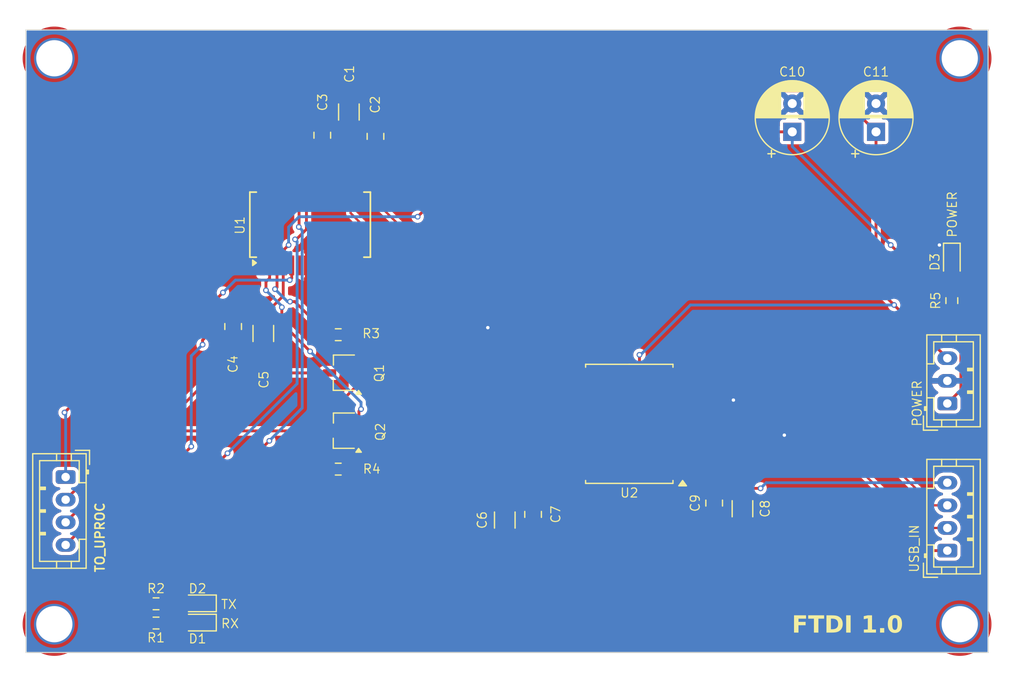
<source format=kicad_pcb>
(kicad_pcb (version 20240108) (generator "pcbnew") (generator_version "8.0")
  (layers (0 "F.Cu" signal) (31 "B.Cu" signal) (34 "B.Paste" user) (35 "F.Paste" user) (36 "B.SilkS" user "B.Silkscreen") (37 "F.SilkS" user "F.Silkscreen") (38 "B.Mask" user) (39 "F.Mask" user) (44 "Edge.Cuts" user))
  (net 0 "")
  (net 1 "GND")
  (net 2 "3V3")
  (net 3 "5V")
  (net 4 "Net-(U1-3V3OUT)")
  (net 8 "Net-(D1-A)")
  (net 11 "Net-(D2-A)")
  (net 15 "Net-(Q1-B)")
  (net 16 "Net-(Q2-B)")
  (net 19 "RX")
  (net 20 "TX")
  (net 21 "ENABLE")
  (net 22 "BOOT")
  (net 23 "CBUS1")
  (net 24 "CBUS0")
  (net 25 "DTR")
  (net 26 "RTS")
  (net 27 "USB_VBUS")
  (net 28 "USB_GND")
  (net 29 "D-")
  (net 30 "D+")
  (net 31 "USB_D-")
  (net 32 "USB_D+")
  (net 33 "Net-(D3-A)")
  (footprint "Resistor_SMD:R_0603_1608Metric_Pad0.98x0.95mm_HandSolder" (layer "F.Cu") (at 167.7 87.4125 90)
    (property "Reference" "R5" (at 0 -1.43 90) (layer "F.SilkS") (effects (font (size 0.8 0.8) (thickness 0.1))))
    (property "Value" "150R")
    (pad "1" smd roundrect (at -0.9125 0 90) (size 0.975 0.95) (layers "F.Cu" "F.Paste" "F.Mask") (net 2 "3V3"))
    (pad "2" smd roundrect (at 0.9125 0 90) (size 0.975 0.95) (layers "F.Cu" "F.Paste" "F.Mask") (net 33 "Net-(D3-A)"))
  )
  (footprint "Capacitor_SMD:C_0805_2012Metric_Pad1.18x1.45mm_HandSolder" (layer "F.Cu") (at 146.7 105.3 90)
    (property "Reference" "C9" (at 0 -1.68 90) (layer "F.SilkS") (effects (font (size 0.8 0.8) (thickness 0.1))))
    (property "Value" "0.1U")
    (pad "1" smd roundrect (at -1.0375 0 90) (size 1.175 1.45) (layers "F.Cu" "F.Paste" "F.Mask") (roundrect_rratio 0.212766) (net 28 "USB_GND"))
    (pad "2" smd roundrect (at 1.0375 0 90) (size 1.175 1.45) (layers "F.Cu" "F.Paste" "F.Mask") (roundrect_rratio 0.212766) (net 27 "USB_VBUS"))
  )
  (footprint "Package_TO_SOT_SMD:TSOT-23" (layer "F.Cu") (at 114.005 98.9233 180)
    (property "Reference" "Q2" (at -3.202102 -0.089616 90) (layer "F.SilkS") (effects (font (size 0.8 0.8) (thickness 0.1))))
    (property "Value" "2N3055")
    (pad "1" smd roundrect (at -1.31 -0.95 180) (size 1.22 0.65) (layers "F.Cu" "F.Paste" "F.Mask") (net 16 "Net-(Q2-B)"))
    (pad "2" smd roundrect (at -1.31 0.95 180) (size 1.22 0.65) (layers "F.Cu" "F.Paste" "F.Mask") (net 25 "DTR"))
    (pad "3" smd roundrect (at 1.31 0 180) (size 1.22 0.65) (layers "F.Cu" "F.Paste" "F.Mask") (net 22 "BOOT"))
  )
  (footprint "MountingHole:MountingHole_3.2mm_M3_DIN965_Pad_TopOnly" (layer "F.Cu") (at 88.4 66 90)
    (property "Reference" "H1" (hide yes))
    (property "Value" "MountingHole")
    (pad "1" thru_hole circle (at 0 0 90) (size 3.6 3.6) (drill 3.2) (layers "*.Cu" "*.Mask"))
    (pad "1" connect circle (at 0 0 90) (size 5.6 5.6) (layers "F.Cu" "F.Mask"))
  )
  (footprint "Capacitor_SMD:C_1206_3216Metric_Pad1.33x1.80mm_HandSolder" (layer "F.Cu") (at 149.2 105.8 90)
    (property "Reference" "C8" (at 0 2 90) (layer "F.SilkS") (effects (font (size 0.8 0.8) (thickness 0.1))))
    (property "Value" "10U")
    (pad "1" smd roundrect (at -1.5625 0 90) (size 1.325 1.8) (layers "F.Cu" "F.Paste" "F.Mask") (roundrect_rratio 0.188679) (net 28 "USB_GND"))
    (pad "2" smd roundrect (at 1.5625 0 90) (size 1.325 1.8) (layers "F.Cu" "F.Paste" "F.Mask") (roundrect_rratio 0.188679) (net 27 "USB_VBUS"))
  )
  (footprint "Capacitor_SMD:C_0805_2012Metric_Pad1.18x1.45mm_HandSolder" (layer "F.Cu") (at 104.2 89.7 -90)
    (property "Reference" "C4" (at 3.322102 0.014578 90) (layer "F.SilkS") (effects (font (size 0.8 0.8) (thickness 0.1))))
    (property "Value" "0.1U")
    (pad "1" smd roundrect (at -1.0375 0 270) (size 1.175 1.45) (layers "F.Cu" "F.Paste" "F.Mask") (roundrect_rratio 0.2127659574) (net 2 "3V3"))
    (pad "2" smd roundrect (at 1.0375 0 270) (size 1.175 1.45) (layers "F.Cu" "F.Paste" "F.Mask") (roundrect_rratio 0.2127659574) (net 1 "GND"))
  )
  (footprint "MountingHole:MountingHole_3.2mm_M3_DIN965_Pad_TopOnly" (layer "F.Cu") (at 88.4 116 90)
    (property "Reference" "H3" (hide yes))
    (property "Value" "MountingHole")
    (pad "1" thru_hole circle (at 0 0 90) (size 3.6 3.6) (drill 3.2) (layers "*.Cu" "*.Mask"))
    (pad "1" connect circle (at 0 0 90) (size 5.6 5.6) (layers "F.Cu" "F.Mask"))
  )
  (footprint "MountingHole:MountingHole_3.2mm_M3_DIN965_Pad_TopOnly" (layer "F.Cu") (at 168.4 66 90)
    (property "Reference" "H2" (hide yes))
    (property "Value" "MountingHole")
    (pad "1" thru_hole circle (at 0 0 90) (size 3.6 3.6) (drill 3.2) (layers "*.Cu" "*.Mask"))
    (pad "1" connect circle (at 0 0 90) (size 5.6 5.6) (layers "F.Cu" "F.Mask"))
  )
  (footprint "LED_SMD:LED_0603_1608Metric_Pad1.05x0.95mm_HandSolder" (layer "F.Cu") (at 101.05 114.16 180)
    (property "Reference" "D2" (at 0 1.3 0) (layer "F.SilkS") (effects (font (size 0.8 0.8) (thickness 0.1))))
    (property "Value" "YELLOW")
    (pad "1" smd roundrect (at -0.875 0 180) (size 1.05 0.95) (layers "F.Cu" "F.Paste" "F.Mask") (net 23 "CBUS1"))
    (pad "2" smd roundrect (at 0.875 0 180) (size 1.05 0.95) (layers "F.Cu" "F.Paste" "F.Mask") (net 11 "Net-(D2-A)"))
  )
  (footprint "Resistor_SMD:R_0603_1608Metric_Pad0.98x0.95mm_HandSolder" (layer "F.Cu") (at 113.485 102.3 180)
    (property "Reference" "R4" (at -2.962102 0.01 0) (layer "F.SilkS") (effects (font (size 0.8 0.8) (thickness 0.1))))
    (property "Value" "10K")
    (pad "1" smd roundrect (at -0.9125 0 180) (size 0.975 0.95) (layers "F.Cu" "F.Paste" "F.Mask") (net 25 "DTR"))
    (pad "2" smd roundrect (at 0.9125 0 180) (size 0.975 0.95) (layers "F.Cu" "F.Paste" "F.Mask") (net 15 "Net-(Q1-B)"))
  )
  (footprint "Package_SO:SOIC-16W_7.5x10.3mm_P1.27mm" (layer "F.Cu") (at 139.2 98.3 180)
    (property "Reference" "U2" (at 0 -6.1 0) (layer "F.SilkS") (effects (font (size 0.8 0.8) (thickness 0.1))))
    (property "Value" "ADUM3160")
    (pad "1" smd roundrect (at -4.65 -4.445 180) (size 2.05 0.6) (layers "F.Cu" "F.Paste" "F.Mask") (net 27 "USB_VBUS"))
    (pad "2" smd roundrect (at -4.65 -3.175 180) (size 2.05 0.6) (layers "F.Cu" "F.Paste" "F.Mask") (net 28 "USB_GND"))
    (pad "3" smd roundrect (at -4.65 -1.905 180) (size 2.05 0.6) (layers "F.Cu" "F.Paste" "F.Mask") (net 27 "USB_VBUS"))
    (pad "4" smd roundrect (at -4.65 -0.635 180) (size 2.05 0.6) (layers "F.Cu" "F.Paste" "F.Mask") (net 27 "USB_VBUS"))
    (pad "5" smd roundrect (at -4.65 0.635 180) (size 2.05 0.6) (layers "F.Cu" "F.Paste" "F.Mask") (net 27 "USB_VBUS"))
    (pad "6" smd roundrect (at -4.65 1.905 180) (size 2.05 0.6) (layers "F.Cu" "F.Paste" "F.Mask") (net 31 "USB_D-"))
    (pad "7" smd roundrect (at -4.65 3.175 180) (size 2.05 0.6) (layers "F.Cu" "F.Paste" "F.Mask") (net 32 "USB_D+"))
    (pad "8" smd roundrect (at -4.65 4.445 180) (size 2.05 0.6) (layers "F.Cu" "F.Paste" "F.Mask") (net 28 "USB_GND"))
    (pad "9" smd roundrect (at 4.65 4.445 180) (size 2.05 0.6) (layers "F.Cu" "F.Paste" "F.Mask") (net 1 "GND"))
    (pad "10" smd roundrect (at 4.65 3.175 180) (size 2.05 0.6) (layers "F.Cu" "F.Paste" "F.Mask") (net 30 "D+"))
    (pad "11" smd roundrect (at 4.65 1.905 180) (size 2.05 0.6) (layers "F.Cu" "F.Paste" "F.Mask") (net 29 "D-"))
    (pad "12" smd roundrect (at 4.65 0.635 180) (size 2.05 0.6) (layers "F.Cu" "F.Paste" "F.Mask") (net 3 "5V"))
    (pad "13" smd roundrect (at 4.65 -0.635 180) (size 2.05 0.6) (layers "F.Cu" "F.Paste" "F.Mask") (net 3 "5V"))
    (pad "14" smd roundrect (at 4.65 -1.905 180) (size 2.05 0.6) (layers "F.Cu" "F.Paste" "F.Mask") (net 3 "5V"))
    (pad "15" smd roundrect (at 4.65 -3.175 180) (size 2.05 0.6) (layers "F.Cu" "F.Paste" "F.Mask") (net 1 "GND"))
    (pad "16" smd roundrect (at 4.65 -4.445 180) (size 2.05 0.6) (layers "F.Cu" "F.Paste" "F.Mask") (net 3 "5V"))
  )
  (footprint "Capacitor_SMD:C_1206_3216Metric_Pad1.33x1.80mm_HandSolder" (layer "F.Cu") (at 106.8646 90.3154 -90)
    (property "Reference" "C5" (at 4.089336 -0.05 90) (layer "F.SilkS") (effects (font (size 0.8 0.8) (thickness 0.1))))
    (property "Value" "10U")
    (pad "1" smd roundrect (at -1.5625 0 270) (size 1.325 1.8) (layers "F.Cu" "F.Paste" "F.Mask") (roundrect_rratio 0.1886792453) (net 2 "3V3"))
    (pad "2" smd roundrect (at 1.5625 0 270) (size 1.325 1.8) (layers "F.Cu" "F.Paste" "F.Mask") (roundrect_rratio 0.1886792453) (net 1 "GND"))
  )
  (footprint "Capacitor_THT:CP_Radial_D6.3mm_P2.50mm" (layer "F.Cu") (at 153.6 72.5 90)
    (property "Reference" "C10" (at 5.3 0 0) (layer "F.SilkS") (effects (font (size 0.8 0.8) (thickness 0.1))))
    (property "Value" "470u")
    (pad "1" thru_hole rect (at 0 0 90) (size 1.6 1.6) (drill 0.8) (layers "*.Cu" "*.Mask") (net 2 "3V3"))
    (pad "2" thru_hole circle (at 2.5 0 90) (size 1.6 1.6) (drill 0.8) (layers "*.Cu" "*.Mask") (net 1 "GND"))
  )
  (footprint "Resistor_SMD:R_0603_1608Metric_Pad0.98x0.95mm_HandSolder" (layer "F.Cu") (at 97.3875 114.2)
    (property "Reference" "R2" (at 0 -1.35 0) (layer "F.SilkS") (effects (font (size 0.8 0.8) (thickness 0.1))))
    (property "Value" "430R")
    (pad "1" smd roundrect (at -0.9125 0) (size 0.975 0.95) (layers "F.Cu" "F.Paste" "F.Mask") (net 2 "3V3"))
    (pad "2" smd roundrect (at 0.9125 0) (size 0.975 0.95) (layers "F.Cu" "F.Paste" "F.Mask") (net 11 "Net-(D2-A)"))
  )
  (footprint "Resistor_SMD:R_0603_1608Metric_Pad0.98x0.95mm_HandSolder" (layer "F.Cu") (at 113.485 90.4233)
    (property "Reference" "R3" (at 2.912102 -0.1 0) (layer "F.SilkS") (effects (font (size 0.8 0.8) (thickness 0.1))))
    (property "Value" "10K")
    (pad "1" smd roundrect (at -0.9125 0) (size 0.975 0.95) (layers "F.Cu" "F.Paste" "F.Mask") (net 26 "RTS"))
    (pad "2" smd roundrect (at 0.9125 0) (size 0.975 0.95) (layers "F.Cu" "F.Paste" "F.Mask") (net 16 "Net-(Q2-B)"))
  )
  (footprint "Connector_JST:JST_PH_B4B-PH-K_1x04_P2.00mm_Vertical" (layer "F.Cu") (at 167.3 109.5 90)
    (property "Reference" "J2" (hide yes))
    (property "Value" "Conn_01x04_Pin")
    (pad "1" thru_hole roundrect (at 0 0 90) (size 1.2 1.75) (drill 0.75) (layers "*.Cu" "*.Mask") (roundrect_rratio 0.208333) (net 28 "USB_GND"))
    (pad "2" thru_hole oval (at 2 0 90) (size 1.2 1.75) (drill 0.75) (layers "*.Cu" "*.Mask") (net 31 "USB_D-"))
    (pad "3" thru_hole oval (at 4 0 90) (size 1.2 1.75) (drill 0.75) (layers "*.Cu" "*.Mask") (net 32 "USB_D+"))
    (pad "4" thru_hole oval (at 6 0 90) (size 1.2 1.75) (drill 0.75) (layers "*.Cu" "*.Mask") (net 27 "USB_VBUS"))
  )
  (footprint "Connector_JST:JST_PH_B3B-PH-K_1x03_P2.00mm_Vertical" (layer "F.Cu") (at 167.3 96.5 90)
    (property "Reference" "J5" (hide yes))
    (property "Value" "Conn_01x03_Pin")
    (pad "1" thru_hole roundrect (at 0 0 90) (size 1.2 1.75) (drill 0.75) (layers "*.Cu" "*.Mask") (roundrect_rratio 0.208333) (net 2 "3V3"))
    (pad "2" thru_hole oval (at 2 0 90) (size 1.2 1.75) (drill 0.75) (layers "*.Cu" "*.Mask") (net 1 "GND"))
    (pad "3" thru_hole oval (at 4 0 90) (size 1.2 1.75) (drill 0.75) (layers "*.Cu" "*.Mask") (net 3 "5V"))
  )
  (footprint "Resistor_SMD:R_0603_1608Metric_Pad0.98x0.95mm_HandSolder" (layer "F.Cu") (at 97.3875 115.9)
    (property "Reference" "R1" (at 0 1.3 0) (layer "F.SilkS") (effects (font (size 0.8 0.8) (thickness 0.1))))
    (property "Value" "100R")
    (pad "1" smd roundrect (at -0.9125 0) (size 0.975 0.95) (layers "F.Cu" "F.Paste" "F.Mask") (net 2 "3V3"))
    (pad "2" smd roundrect (at 0.9125 0) (size 0.975 0.95) (layers "F.Cu" "F.Paste" "F.Mask") (net 8 "Net-(D1-A)"))
  )
  (footprint "Capacitor_SMD:C_1206_3216Metric_Pad1.33x1.80mm_HandSolder" (layer "F.Cu") (at 128.2 106.8 -90)
    (property "Reference" "C6" (at 0 2 90) (layer "F.SilkS") (effects (font (size 0.8 0.8) (thickness 0.1))))
    (property "Value" "10U")
    (pad "1" smd roundrect (at -1.5625 0 270) (size 1.325 1.8) (layers "F.Cu" "F.Paste" "F.Mask") (roundrect_rratio 0.188679) (net 3 "5V"))
    (pad "2" smd roundrect (at 1.5625 0 270) (size 1.325 1.8) (layers "F.Cu" "F.Paste" "F.Mask") (roundrect_rratio 0.188679) (net 1 "GND"))
  )
  (footprint "Capacitor_SMD:C_0805_2012Metric_Pad1.18x1.45mm_HandSolder" (layer "F.Cu") (at 116.775 72.9 90)
    (property "Reference" "C2" (at 2.8 -0.025 90) (layer "F.SilkS") (effects (font (size 0.8 0.8) (thickness 0.1))))
    (property "Value" "0.1U")
    (pad "1" smd roundrect (at -1.0375 0 90) (size 1.175 1.45) (layers "F.Cu" "F.Paste" "F.Mask") (roundrect_rratio 0.2127659574) (net 4 "Net-(U1-3V3OUT)"))
    (pad "2" smd roundrect (at 1.0375 0 90) (size 1.175 1.45) (layers "F.Cu" "F.Paste" "F.Mask") (roundrect_rratio 0.2127659574) (net 1 "GND"))
  )
  (footprint "Capacitor_THT:CP_Radial_D6.3mm_P2.50mm" (layer "F.Cu") (at 161 72.5 90)
    (property "Reference" "C11" (at 5.3 0 0) (layer "F.SilkS") (effects (font (size 0.8 0.8) (thickness 0.1))))
    (property "Value" "470u")
    (pad "1" thru_hole rect (at 0 0 90) (size 1.6 1.6) (drill 0.8) (layers "*.Cu" "*.Mask") (net 3 "5V"))
    (pad "2" thru_hole circle (at 2.5 0 90) (size 1.6 1.6) (drill 0.8) (layers "*.Cu" "*.Mask") (net 1 "GND"))
  )
  (footprint "Capacitor_SMD:C_1206_3216Metric_Pad1.33x1.80mm_HandSolder" (layer "F.Cu") (at 114.425 70.75 90)
    (property "Reference" "C1" (at 3.3625 0.0475 90) (layer "F.SilkS") (effects (font (size 0.8 0.8) (thickness 0.1))))
    (property "Value" "10U")
    (pad "1" smd roundrect (at -1.5625 0 90) (size 1.325 1.8) (layers "F.Cu" "F.Paste" "F.Mask") (roundrect_rratio 0.1886792453) (net 3 "5V"))
    (pad "2" smd roundrect (at 1.5625 0 90) (size 1.325 1.8) (layers "F.Cu" "F.Paste" "F.Mask") (roundrect_rratio 0.1886792453) (net 1 "GND"))
  )
  (footprint "LED_SMD:LED_0603_1608Metric_Pad1.05x0.95mm_HandSolder" (layer "F.Cu") (at 167.7 84 -90)
    (property "Reference" "D3" (at 0 1.5 90) (layer "F.SilkS") (effects (font (size 0.8 0.8) (thickness 0.1))))
    (property "Value" "BLUE")
    (pad "1" smd roundrect (at -0.875 0 270) (size 1.05 0.95) (layers "F.Cu" "F.Paste" "F.Mask") (net 1 "GND"))
    (pad "2" smd roundrect (at 0.875 0 270) (size 1.05 0.95) (layers "F.Cu" "F.Paste" "F.Mask") (net 33 "Net-(D3-A)"))
  )
  (footprint "LED_SMD:LED_0603_1608Metric_Pad1.05x0.95mm_HandSolder" (layer "F.Cu") (at 101.05 115.86 180)
    (property "Reference" "D1" (at 0 -1.43 0) (layer "F.SilkS") (effects (font (size 0.8 0.8) (thickness 0.1))))
    (property "Value" "BLUE")
    (pad "1" smd roundrect (at -0.875 0 180) (size 1.05 0.95) (layers "F.Cu" "F.Paste" "F.Mask") (net 24 "CBUS0"))
    (pad "2" smd roundrect (at 0.875 0 180) (size 1.05 0.95) (layers "F.Cu" "F.Paste" "F.Mask") (net 8 "Net-(D1-A)"))
  )
  (footprint "Package_TO_SOT_SMD:TSOT-23" (layer "F.Cu") (at 114.005 93.8 180)
    (property "Reference" "Q1" (at -3.1075 -0.0233 90) (layer "F.SilkS") (effects (font (size 0.8 0.8) (thickness 0.1))))
    (property "Value" "2N3055")
    (pad "1" smd roundrect (at -1.31 -0.95 180) (size 1.22 0.65) (layers "F.Cu" "F.Paste" "F.Mask") (net 15 "Net-(Q1-B)"))
    (pad "2" smd roundrect (at -1.31 0.95 180) (size 1.22 0.65) (layers "F.Cu" "F.Paste" "F.Mask") (net 26 "RTS"))
    (pad "3" smd roundrect (at 1.31 0 180) (size 1.22 0.65) (layers "F.Cu" "F.Paste" "F.Mask") (net 21 "ENABLE"))
  )
  (footprint "Capacitor_SMD:C_0805_2012Metric_Pad1.18x1.45mm_HandSolder" (layer "F.Cu") (at 112.075 72.8 90)
    (property "Reference" "C3" (at 2.9125 0.025 90) (layer "F.SilkS") (effects (font (size 0.8 0.8) (thickness 0.1))))
    (property "Value" "0.1U")
    (pad "1" smd roundrect (at -1.0375 0 90) (size 1.175 1.45) (layers "F.Cu" "F.Paste" "F.Mask") (roundrect_rratio 0.2127659574) (net 3 "5V"))
    (pad "2" smd roundrect (at 1.0375 0 90) (size 1.175 1.45) (layers "F.Cu" "F.Paste" "F.Mask") (roundrect_rratio 0.2127659574) (net 1 "GND"))
  )
  (footprint "MountingHole:MountingHole_3.2mm_M3_DIN965_Pad_TopOnly" (layer "F.Cu") (at 168.4 116 90)
    (property "Reference" "H4" (hide yes))
    (property "Value" "MountingHole")
    (pad "1" thru_hole circle (at 0 0 90) (size 3.6 3.6) (drill 3.2) (layers "*.Cu" "*.Mask"))
    (pad "1" connect circle (at 0 0 90) (size 5.6 5.6) (layers "F.Cu" "F.Mask"))
  )
  (footprint "Connector_JST:JST_PH_B4B-PH-K_1x04_P2.00mm_Vertical" (layer "F.Cu") (at 89.4 103 -90)
    (property "Reference" "J1" (hide yes))
    (property "Value" "Conn_01x04_Pin")
    (pad "1" thru_hole roundrect (at 0 0 270) (size 1.2 1.75) (drill 0.75) (layers "*.Cu" "*.Mask") (roundrect_rratio 0.208333) (net 19 "RX"))
    (pad "2" thru_hole oval (at 2 0 270) (size 1.2 1.75) (drill 0.75) (layers "*.Cu" "*.Mask") (net 20 "TX"))
    (pad "3" thru_hole oval (at 4 0 270) (size 1.2 1.75) (drill 0.75) (layers "*.Cu" "*.Mask") (net 21 "ENABLE"))
    (pad "4" thru_hole oval (at 6 0 270) (size 1.2 1.75) (drill 0.75) (layers "*.Cu" "*.Mask") (net 22 "BOOT"))
  )
  (footprint "Package_SO:SSOP-28_5.3x10.2mm_P0.65mm" (layer "F.Cu") (at 111 80.7 90)
    (property "Reference" "U1" (at -0.0625 -6.2 90) (layer "F.SilkS") (effects (font (size 0.8 0.8) (thickness 0.1))))
    (property "Value" "FT232RL")
    (pad "1" smd rect (at -3.6 -4.225 90) (size 1.75 0.45) (layers "F.Cu" "F.Paste" "F.Mask") (net 19 "RX"))
    (pad "2" smd rect (at -3.6 -3.575 90) (size 1.75 0.45) (layers "F.Cu" "F.Paste" "F.Mask") (net 25 "DTR"))
    (pad "3" smd rect (at -3.6 -2.925 90) (size 1.75 0.45) (layers "F.Cu" "F.Paste" "F.Mask") (net 26 "RTS"))
    (pad "4" smd rect (at -3.6 -2.275 90) (size 1.75 0.45) (layers "F.Cu" "F.Paste" "F.Mask") (net 2 "3V3"))
    (pad "5" smd rect (at -3.6 -1.625 90) (size 1.75 0.45) (layers "F.Cu" "F.Paste" "F.Mask") (net 20 "TX"))
    (pad "6" smd rect (at -3.6 -0.975 90) (size 1.75 0.45) (layers "F.Cu" "F.Paste" "F.Mask"))
    (pad "7" smd rect (at -3.6 -0.325 90) (size 1.75 0.45) (layers "F.Cu" "F.Paste" "F.Mask") (net 1 "GND"))
    (pad "8" smd rect (at -3.6 0.325 90) (size 1.75 0.45) (layers "F.Cu" "F.Paste" "F.Mask"))
    (pad "9" smd rect (at -3.6 0.975 90) (size 1.75 0.45) (layers "F.Cu" "F.Paste" "F.Mask"))
    (pad "10" smd rect (at -3.6 1.625 90) (size 1.75 0.45) (layers "F.Cu" "F.Paste" "F.Mask"))
    (pad "11" smd rect (at -3.6 2.275 90) (size 1.75 0.45) (layers "F.Cu" "F.Paste" "F.Mask"))
    (pad "12" smd rect (at -3.6 2.925 90) (size 1.75 0.45) (layers "F.Cu" "F.Paste" "F.Mask"))
    (pad "13" smd rect (at -3.6 3.575 90) (size 1.75 0.45) (layers "F.Cu" "F.Paste" "F.Mask"))
    (pad "14" smd rect (at -3.6 4.225 90) (size 1.75 0.45) (layers "F.Cu" "F.Paste" "F.Mask"))
    (pad "15" smd rect (at 3.6 4.225 90) (size 1.75 0.45) (layers "F.Cu" "F.Paste" "F.Mask") (net 30 "D+"))
    (pad "16" smd rect (at 3.6 3.575 90) (size 1.75 0.45) (layers "F.Cu" "F.Paste" "F.Mask") (net 29 "D-"))
    (pad "17" smd rect (at 3.6 2.925 90) (size 1.75 0.45) (layers "F.Cu" "F.Paste" "F.Mask") (net 4 "Net-(U1-3V3OUT)"))
    (pad "18" smd rect (at 3.6 2.275 90) (size 1.75 0.45) (layers "F.Cu" "F.Paste" "F.Mask") (net 1 "GND"))
    (pad "19" smd rect (at 3.6 1.625 90) (size 1.75 0.45) (layers "F.Cu" "F.Paste" "F.Mask"))
    (pad "20" smd rect (at 3.6 0.975 90) (size 1.75 0.45) (layers "F.Cu" "F.Paste" "F.Mask") (net 3 "5V"))
    (pad "21" smd rect (at 3.6 0.325 90) (size 1.75 0.45) (layers "F.Cu" "F.Paste" "F.Mask") (net 1 "GND"))
    (pad "22" smd rect (at 3.6 -0.325 90) (size 1.75 0.45) (layers "F.Cu" "F.Paste" "F.Mask") (net 23 "CBUS1"))
    (pad "23" smd rect (at 3.6 -0.975 90) (size 1.75 0.45) (layers "F.Cu" "F.Paste" "F.Mask") (net 24 "CBUS0"))
    (pad "24" smd rect (at 3.6 -1.625 90) (size 1.75 0.45) (layers "F.Cu" "F.Paste" "F.Mask"))
    (pad "25" smd rect (at 3.6 -2.275 90) (size 1.75 0.45) (layers "F.Cu" "F.Paste" "F.Mask") (net 1 "GND"))
    (pad "26" smd rect (at 3.6 -2.925 90) (size 1.75 0.45) (layers "F.Cu" "F.Paste" "F.Mask") (net 1 "GND"))
    (pad "27" smd rect (at 3.6 -3.575 90) (size 1.75 0.45) (layers "F.Cu" "F.Paste" "F.Mask"))
    (pad "28" smd rect (at 3.6 -4.225 90) (size 1.75 0.45) (layers "F.Cu" "F.Paste" "F.Mask"))
  )
  (footprint "Capacitor_SMD:C_0805_2012Metric_Pad1.18x1.45mm_HandSolder" (layer "F.Cu") (at 130.7 106.3 -90)
    (property "Reference" "C7" (at 0 -2 90) (layer "F.SilkS") (effects (font (size 0.8 0.8) (thickness 0.1))))
    (property "Value" "0.1U")
    (pad "1" smd roundrect (at -1.0375 0 270) (size 1.175 1.45) (layers "F.Cu" "F.Paste" "F.Mask") (roundrect_rratio 0.212766) (net 3 "5V"))
    (pad "2" smd roundrect (at 1.0375 0 270) (size 1.175 1.45) (layers "F.Cu" "F.Paste" "F.Mask") (roundrect_rratio 0.212766) (net 1 "GND"))
  )
  (gr_line (start 170.9 63.5) (end 170.9 118.5) (stroke (width 0.1)) (layer "Edge.Cuts"))
  (gr_line (start 85.9 63.5) (end 170.9 63.5) (stroke (width 0.1)) (layer "Edge.Cuts"))
  (gr_line (start 85.9 118.5) (end 85.9 63.5) (stroke (width 0.1)) (layer "Edge.Cuts"))
  (gr_line (start 170.9 118.5) (end 85.9 118.5) (stroke (width 0.1)) (layer "Edge.Cuts"))
  (gr_text "POWER\n" (at 165.1 98.6 90) (layer "F.SilkS") (effects (font (size 0.8 0.8) (thickness 0.1)) (justify left bottom)))
  (gr_text "TX\n" (at 103.075 114.25 0) (layer "F.SilkS") (effects (font (size 0.8 0.8) (thickness 0.1)) (justify left)))
  (gr_text "TO_UPROC" (at 92.9 111.5 90) (layer "F.SilkS") (effects (font (size 0.8 0.8)) (justify left bottom)))
  (gr_text "RX\n" (at 103.075 115.95 0) (layer "F.SilkS") (effects (font (size 0.8 0.8) (thickness 0.1)) (justify left)))
  (gr_text "POWER\n" (at 168.2 81.9 90) (layer "F.SilkS") (effects (font (size 0.8 0.8) (thickness 0.1)) (justify left bottom)))
  (gr_text "USB_IN" (at 164.85 111.5 90) (layer "F.SilkS") (effects (font (size 0.8 0.8) (thickness 0.1)) (justify left bottom)))
  (gr_text "FTDI 1.0" (at 163.4 117 0) (layer "F.SilkS") (effects (font (size 1.5 1.5) (thickness 0.2) (bold yes)) (justify right bottom)))
  (segment (start 167.225 83.125) (end 166.6 82.5) (width 0.25) (layer "F.Cu") (net 1))
  (segment (start 167.7 83.125) (end 167.225 83.125) (width 0.25) (layer "F.Cu") (net 1))
  (via (at 152.9 99.3) (size 0.5) (drill 0.3) (layers "F.Cu" "B.Cu") (net 1))
  (via (at 166.6 82.5) (size 0.5) (drill 0.3) (layers "F.Cu" "B.Cu") (net 1))
  (via (at 126.7 89.8) (size 0.5) (drill 0.3) (layers "F.Cu" "B.Cu") (net 1))
  (via (at 148.4 96.2) (size 0.5) (drill 0.3) (layers "F.Cu" "B.Cu") (net 1))
  (segment (start 108.625 84.4) (end 108.625 86.9925) (width 0.25) (layer "F.Cu") (net 2))
  (segment (start 167.7 87.9) (end 162.3 82.5) (width 0.25) (layer "F.Cu") (net 2))
  (segment (start 96.475 115.9) (end 96.475 114.2) (width 0.25) (layer "F.Cu") (net 2))
  (segment (start 106.8646 88.7529) (end 104.2904 88.7529) (width 0.25) (layer "F.Cu") (net 2))
  (segment (start 153.6 72.5) (end 128 72.5) (width 0.25) (layer "F.Cu") (net 2))
  (segment (start 128 72.5) (end 120.5 80) (width 0.25) (layer "F.Cu") (net 2))
  (segment (start 168.5 89.125) (end 168.5 95.3) (width 0.25) (layer "F.Cu") (net 2))
  (segment (start 108.725 84.3) (end 108.625 84.4) (width 0.25) (layer "F.Cu") (net 2))
  (segment (start 108.725 82.875) (end 108.725 84.3) (width 0.25) (layer "F.Cu") (net 2))
  (segment (start 104.2904 88.7529) (end 104.2 88.6625) (width 0.25) (layer "F.Cu") (net 2))
  (segment (start 109.1 82.5) (end 108.725 82.875) (width 0.25) (layer "F.Cu") (net 2))
  (segment (start 103.7375 88.6625) (end 104.2 88.6625) (width 0.25) (layer "F.Cu") (net 2))
  (segment (start 168.5 95.3) (end 167.3 96.5) (width 0.25) (layer "F.Cu") (net 2))
  (segment (start 101.5 90.9) (end 103.7375 88.6625) (width 0.25) (layer "F.Cu") (net 2))
  (segment (start 96.475 114.2) (end 96.475 104.325) (width 0.25) (layer "F.Cu") (net 2))
  (segment (start 167.7 88.325) (end 168.5 89.125) (width 0.25) (layer "F.Cu") (net 2))
  (segment (start 101.5 91.3) (end 101.5 90.9) (width 0.25) (layer "F.Cu") (net 2))
  (segment (start 108.625 86.9925) (end 106.8646 88.7529) (width 0.25) (layer "F.Cu") (net 2))
  (segment (start 167.7 88.325) (end 167.7 87.9) (width 0.25) (layer "F.Cu") (net 2))
  (segment (start 96.475 104.325) (end 100.5 100.3) (width 0.25) (layer "F.Cu") (net 2))
  (via (at 100.5 100.3) (size 0.5) (drill 0.3) (layers "F.Cu" "B.Cu") (net 2))
  (via (at 101.5 91.3) (size 0.5) (drill 0.3) (layers "F.Cu" "B.Cu") (net 2))
  (via (at 120.5 80) (size 0.5) (drill 0.3) (layers "F.Cu" "B.Cu") (net 2))
  (via (at 109.1 82.5) (size 0.5) (drill 0.3) (layers "F.Cu" "B.Cu") (net 2))
  (via (at 162.3 82.5) (size 0.5) (drill 0.3) (layers "F.Cu" "B.Cu") (net 2))
  (segment (start 153.6 73.8) (end 153.6 72.5) (width 0.25) (layer "B.Cu") (net 2))
  (segment (start 120.5 80) (end 110.016116 80) (width 0.25) (layer "B.Cu") (net 2))
  (segment (start 100.5 92.3) (end 101.5 91.3) (width 0.25) (layer "B.Cu") (net 2))
  (segment (start 100.5 100.3) (end 100.5 92.3) (width 0.25) (layer "B.Cu") (net 2))
  (segment (start 162.3 82.5) (end 153.6 73.8) (width 0.25) (layer "B.Cu") (net 2))
  (segment (start 109.1 80.916116) (end 109.1 82.5) (width 0.25) (layer "B.Cu") (net 2))
  (segment (start 110.016116 80) (end 109.1 80.916116) (width 0.25) (layer "B.Cu") (net 2))
  (segment (start 134.55 97.665) (end 134.55 98.935) (width 0.25) (layer "F.Cu") (net 3))
  (segment (start 134.55 100.205) (end 135.574999 100.205) (width 0.25) (layer "F.Cu") (net 3))
  (segment (start 112.075 73.8375) (end 112.9 73.8375) (width 0.25) (layer "F.Cu") (net 3))
  (segment (start 117.8625 68.875) (end 157.375 68.875) (width 0.25) (layer "F.Cu") (net 3))
  (segment (start 112.075 77) (end 111.975 77.1) (width 0.25) (layer "F.Cu") (net 3))
  (segment (start 135.574999 100.205) (end 135.9 100.530001) (width 0.25) (layer "F.Cu") (net 3))
  (segment (start 140.1 93.139999) (end 140.1 92.2) (width 0.25) (layer "F.Cu") (net 3))
  (segment (start 157.375 68.875) (end 161 72.5) (width 0.25) (layer "F.Cu") (net 3))
  (segment (start 112.9 73.8375) (end 114.425 72.3125) (width 0.25) (layer "F.Cu") (net 3))
  (segment (start 130.7 105.2625) (end 128.225 105.2625) (width 0.25) (layer "F.Cu") (net 3))
  (segment (start 135.9 101.825908) (end 134.980908 102.745) (width 0.25) (layer "F.Cu") (net 3))
  (segment (start 112.075 73.8375) (end 112.075 77) (width 0.25) (layer "F.Cu") (net 3))
  (segment (start 134.55 102.745) (end 133.2175 102.745) (width 0.25) (layer "F.Cu") (net 3))
  (segment (start 134.980908 102.745) (end 134.55 102.745) (width 0.25) (layer "F.Cu") (net 3))
  (segment (start 114.425 72.3125) (end 117.8625 68.875) (width 0.25) (layer "F.Cu") (net 3))
  (segment (start 133.2175 102.745) (end 130.7 105.2625) (width 0.25) (layer "F.Cu") (net 3))
  (segment (start 161 86.2) (end 167.3 92.5) (width 0.25) (layer "F.Cu") (net 3))
  (segment (start 135.574999 97.665) (end 140.1 93.139999) (width 0.25) (layer "F.Cu") (net 3))
  (segment (start 134.55 98.935) (end 134.55 100.205) (width 0.25) (layer "F.Cu") (net 3))
  (segment (start 135.9 100.530001) (end 135.9 101.825908) (width 0.25) (layer "F.Cu") (net 3))
  (segment (start 134.55 97.665) (end 135.574999 97.665) (width 0.25) (layer "F.Cu") (net 3))
  (segment (start 128.225 105.2625) (end 128.2 105.2375) (width 0.25) (layer "F.Cu") (net 3))
  (segment (start 161 72.5) (end 161 86.2) (width 0.25) (layer "F.Cu") (net 3))
  (via (at 162.6 87.8) (size 0.5) (drill 0.3) (layers "F.Cu" "B.Cu") (net 3))
  (via (at 140.1 92.2) (size 0.5) (drill 0.3) (layers "F.Cu" "B.Cu") (net 3))
  (segment (start 140.1 92.2) (end 140.2 92.2) (width 0.25) (layer "B.Cu") (net 3))
  (segment (start 140.2 92.2) (end 144.6 87.8) (width 0.25) (layer "B.Cu") (net 3))
  (segment (start 144.6 87.8) (end 162.6 87.8) (width 0.25) (layer "B.Cu") (net 3))
  (segment (start 115.9875 73.9375) (end 113.925 76) (width 0.25) (layer "F.Cu") (net 4))
  (segment (start 113.925 76) (end 113.925 77.1) (width 0.25) (layer "F.Cu") (net 4))
  (segment (start 116.775 73.9375) (end 115.9875 73.9375) (width 0.25) (layer "F.Cu") (net 4))
  (segment (start 100.135 115.9) (end 100.175 115.86) (width 0.25) (layer "F.Cu") (net 8))
  (segment (start 98.3 115.9) (end 100.135 115.9) (width 0.25) (layer "F.Cu") (net 8))
  (segment (start 98.3 114.2) (end 100.135 114.2) (width 0.25) (layer "F.Cu") (net 11))
  (segment (start 100.135 114.2) (end 100.175 114.16) (width 0.25) (layer "F.Cu") (net 11))
  (segment (start 113.63 96.435) (end 115.315 94.75) (width 0.25) (layer "F.Cu") (net 15))
  (segment (start 113.63 101.2425) (end 113.63 96.435) (width 0.25) (layer "F.Cu") (net 15))
  (segment (start 112.5725 102.3) (end 113.63 101.2425) (width 0.25) (layer "F.Cu") (net 15))
  (segment (start 114.3975 90.4233) (end 116.25 92.2758) (width 0.25) (layer "F.Cu") (net 16))
  (segment (start 116.25 98.9383) (end 115.315 99.8733) (width 0.25) (layer "F.Cu") (net 16))
  (segment (start 116.25 92.2758) (end 116.25 98.9383) (width 0.25) (layer "F.Cu") (net 16))
  (segment (start 106.775 84.3) (end 102.3 84.3) (width 0.25) (layer "F.Cu") (net 19))
  (segment (start 102.3 84.3) (end 89.3 97.3) (width 0.25) (layer "F.Cu") (net 19))
  (via (at 89.3 97.3) (size 0.5) (drill 0.3) (layers "F.Cu" "B.Cu") (net 19))
  (segment (start 89.4 103) (end 89.4 97.4) (width 0.25) (layer "B.Cu") (net 19))
  (segment (start 89.4 97.4) (end 89.3 97.3) (width 0.25) (layer "B.Cu") (net 19))
  (segment (start 91.1 98.9) (end 103.3 86.7) (width 0.25) (layer "F.Cu") (net 20))
  (segment (start 109.2 85.6) (end 109.375 85.425) (width 0.25) (layer "F.Cu") (net 20))
  (segment (start 91.1 103.3) (end 91.1 98.9) (width 0.25) (layer "F.Cu") (net 20))
  (segment (start 109.375 85.425) (end 109.375 84.3) (width 0.25) (layer "F.Cu") (net 20))
  (segment (start 89.4 105) (end 91.1 103.3) (width 0.25) (layer "F.Cu") (net 20))
  (via (at 109.2 85.6) (size 0.5) (drill 0.3) (layers "F.Cu" "B.Cu") (net 20))
  (via (at 103.3 86.7) (size 0.5) (drill 0.3) (layers "F.Cu" "B.Cu") (net 20))
  (segment (start 109.2 85.6) (end 104.4 85.6) (width 0.25) (layer "B.Cu") (net 20))
  (segment (start 104.4 85.6) (end 103.3 86.7) (width 0.25) (layer "B.Cu") (net 20))
  (segment (start 102.6 93.8) (end 89.4 107) (width 0.25) (layer "F.Cu") (net 21))
  (segment (start 112.695 93.8) (end 102.6 93.8) (width 0.25) (layer "F.Cu") (net 21))
  (segment (start 112.695 98.9233) (end 99.4767 98.9233) (width 0.25) (layer "F.Cu") (net 22))
  (segment (start 99.4767 98.9233) (end 89.4 109) (width 0.25) (layer "F.Cu") (net 22))
  (segment (start 109.783884 82) (end 109.675 82) (width 0.25) (layer "F.Cu") (net 23))
  (segment (start 101.925 114.16) (end 101.925 102.675) (width 0.25) (layer "F.Cu") (net 23))
  (segment (start 101.925 102.675) (end 103.7 100.9) (width 0.25) (layer "F.Cu") (net 23))
  (segment (start 110.675 77.1) (end 110.675 81.108884) (width 0.25) (layer "F.Cu") (net 23))
  (segment (start 110.675 81.108884) (end 109.783884 82) (width 0.25) (layer "F.Cu") (net 23))
  (via (at 109.675 82) (size 0.5) (drill 0.3) (layers "F.Cu" "B.Cu") (net 23))
  (via (at 103.7 100.9) (size 0.5) (drill 0.3) (layers "F.Cu" "B.Cu") (net 23))
  (segment (start 109.85 94.75) (end 103.7 100.9) (width 0.25) (layer "B.Cu") (net 23))
  (segment (start 109.675 82) (end 109.85 82.175) (width 0.25) (layer "B.Cu") (net 23))
  (segment (start 109.85 82.175) (end 109.85 94.75) (width 0.25) (layer "B.Cu") (net 23))
  (segment (start 103.3 114.485) (end 103.3 103.9) (width 0.25) (layer "F.Cu") (net 24))
  (segment (start 103.3 103.9) (end 107.4 99.8) (width 0.25) (layer "F.Cu") (net 24))
  (segment (start 101.925 115.86) (end 103.3 114.485) (width 0.25) (layer "F.Cu") (net 24))
  (segment (start 110 80.9) (end 110.025 80.875) (width 0.25) (layer "F.Cu") (net 24))
  (segment (start 110.025 80.875) (end 110.025 77.1) (width 0.25) (layer "F.Cu") (net 24))
  (via (at 107.4 99.8) (size 0.5) (drill 0.3) (layers "F.Cu" "B.Cu") (net 24))
  (via (at 110 80.9) (size 0.5) (drill 0.3) (layers "F.Cu" "B.Cu") (net 24))
  (segment (start 110.3 96.9) (end 110.3 81.2) (width 0.25) (layer "B.Cu") (net 24))
  (segment (start 110.3 81.2) (end 110 80.9) (width 0.25) (layer "B.Cu") (net 24))
  (segment (start 107.4 99.8) (end 110.3 96.9) (width 0.25) (layer "B.Cu") (net 24))
  (segment (start 111 91.9) (end 108.5 89.4) (width 0.25) (layer "F.Cu") (net 25))
  (segment (start 115.315 97.185) (end 115.5 97) (width 0.25) (layer "F.Cu") (net 25))
  (segment (start 107.1 86.5) (end 107.1 85.75) (width 0.25) (layer "F.Cu") (net 25))
  (segment (start 114.38 98.9083) (end 114.38 102.2825) (width 0.25) (layer "F.Cu") (net 25))
  (segment (start 107.425 85.425) (end 107.425 84.3) (width 0.25) (layer "F.Cu") (net 25))
  (segment (start 114.38 102.2825) (end 114.3975 102.3) (width 0.25) (layer "F.Cu") (net 25))
  (segment (start 107.1 85.75) (end 107.425 85.425) (width 0.25) (layer "F.Cu") (net 25))
  (segment (start 115.315 97.9733) (end 115.315 97.185) (width 0.25) (layer "F.Cu") (net 25))
  (segment (start 108.5 89.4) (end 108.5 88) (width 0.25) (layer "F.Cu") (net 25))
  (segment (start 115.315 97.9733) (end 114.38 98.9083) (width 0.25) (layer "F.Cu") (net 25))
  (via (at 107.1 86.5) (size 0.5) (drill 0.3) (layers "F.Cu" "B.Cu") (net 25))
  (via (at 115.5 97) (size 0.5) (drill 0.3) (layers "F.Cu" "B.Cu") (net 25))
  (via (at 111 91.9) (size 0.5) (drill 0.3) (layers "F.Cu" "B.Cu") (net 25))
  (via (at 108.5 88) (size 0.5) (drill 0.3) (layers "F.Cu" "B.Cu") (net 25))
  (segment (start 115.5 96.4) (end 111 91.9) (width 0.25) (layer "B.Cu") (net 25))
  (segment (start 108.5 87.9) (end 107.1 86.5) (width 0.25) (layer "B.Cu") (net 25))
  (segment (start 108.5 88) (end 108.5 87.9) (width 0.25) (layer "B.Cu") (net 25))
  (segment (start 115.5 97) (end 115.5 96.4) (width 0.25) (layer "B.Cu") (net 25))
  (segment (start 112.8883 90.4233) (end 112.5725 90.4233) (width 0.25) (layer "F.Cu") (net 26))
  (segment (start 115.315 92.85) (end 112.8883 90.4233) (width 0.25) (layer "F.Cu") (net 26))
  (segment (start 107.9 86.4) (end 108.075 86.225) (width 0.25) (layer "F.Cu") (net 26))
  (segment (start 112.5725 90.4233) (end 109.6492 87.5) (width 0.25) (layer "F.Cu") (net 26))
  (segment (start 109.6492 87.5) (end 109.225 87.5) (width 0.25) (layer "F.Cu") (net 26))
  (segment (start 108.075 86.225) (end 108.075 84.3) (width 0.25) (layer "F.Cu") (net 26))
  (via (at 107.9 86.4) (size 0.5) (drill 0.3) (layers "F.Cu" "B.Cu") (net 26))
  (via (at 109.225 87.5) (size 0.5) (drill 0.3) (layers "F.Cu" "B.Cu") (net 26))
  (segment (start 107.9 86.4) (end 109 87.5) (width 0.25) (layer "B.Cu") (net 26))
  (segment (start 109 87.5) (end 109.225 87.5) (width 0.25) (layer "B.Cu") (net 26))
  (segment (start 150.8 104) (end 149.4375 104) (width 0.25) (layer "F.Cu") (net 27))
  (segment (start 143.85 102.745) (end 145.1825 102.745) (width 0.25) (layer "F.Cu") (net 27))
  (segment (start 149.4375 104) (end 149.2 104.2375) (width 0.25) (layer "F.Cu") (net 27))
  (segment (start 144.874999 100.205) (end 145.1825 100.512501) (width 0.2) (layer "F.Cu") (net 27))
  (segment (start 143.85 100.205) (end 142.825001 100.205) (width 0.2) (layer "F.Cu") (net 27))
  (segment (start 143.85 98.935) (end 143.85 100.205) (width 0.25) (layer "F.Cu") (net 27))
  (segment (start 146.7 104.2625) (end 146.7375 104.2625) (width 0.25) (layer "F.Cu") (net 27))
  (segment (start 146.7625 104.2375) (end 149.2 104.2375) (width 0.25) (layer "F.Cu") (net 27))
  (segment (start 146.7375 104.2625) (end 146.7625 104.2375) (width 0.25) (layer "F.Cu") (net 27))
  (segment (start 143.85 100.205) (end 144.874999 100.205) (width 0.2) (layer "F.Cu") (net 27))
  (segment (start 145.1825 100.512501) (end 145.1825 102.745) (width 0.2) (layer "F.Cu") (net 27))
  (segment (start 145.1825 102.745) (end 146.7 104.2625) (width 0.25) (layer "F.Cu") (net 27))
  (segment (start 143.85 97.665) (end 143.85 98.935) (width 0.25) (layer "F.Cu") (net 27))
  (via (at 150.8 104) (size 0.5) (drill 0.3) (layers "F.Cu" "B.Cu") (net 27))
  (segment (start 167.3 103.5) (end 151.3 103.5) (width 0.25) (layer "B.Cu") (net 27))
  (segment (start 151.3 103.5) (end 150.8 104) (width 0.25) (layer "B.Cu") (net 27))
  (segment (start 142.825001 93.855) (end 141.7 94.980001) (width 0.25) (layer "F.Cu") (net 28))
  (segment (start 141.7 99.9) (end 143.275 101.475) (width 0.25) (layer "F.Cu") (net 28))
  (segment (start 142.5 101.800001) (end 142.5 103.2) (width 0.25) (layer "F.Cu") (net 28))
  (segment (start 142.825001 101.475) (end 142.5 101.800001) (width 0.25) (layer "F.Cu") (net 28))
  (segment (start 143.85 101.475) (end 142.825001 101.475) (width 0.25) (layer "F.Cu") (net 28))
  (segment (start 146.7 106.3375) (end 148.175 106.3375) (width 0.25) (layer "F.Cu") (net 28))
  (segment (start 143.85 93.855) (end 142.825001 93.855) (width 0.25) (layer "F.Cu") (net 28))
  (segment (start 145.6375 106.3375) (end 146.7 106.3375) (width 0.25) (layer "F.Cu") (net 28))
  (segment (start 142.5 103.2) (end 145.6375 106.3375) (width 0.25) (layer "F.Cu") (net 28))
  (segment (start 143.275 101.475) (end 143.85 101.475) (width 0.25) (layer "F.Cu") (net 28))
  (segment (start 167.3 109.5) (end 151.3375 109.5) (width 0.25) (layer "F.Cu") (net 28))
  (segment (start 141.7 94.980001) (end 141.7 99.9) (width 0.25) (layer "F.Cu") (net 28))
  (segment (start 148.175 106.3375) (end 149.2 107.3625) (width 0.25) (layer "F.Cu") (net 28))
  (segment (start 151.3375 109.5) (end 149.2 107.3625) (width 0.25) (layer "F.Cu") (net 28))
  (segment (start 131.295 96.395) (end 114.575 79.675) (width 0.2) (layer "F.Cu") (net 29))
  (segment (start 134.55 96.395) (end 131.295 96.395) (width 0.2) (layer "F.Cu") (net 29))
  (segment (start 114.575 79.675) (end 114.575 77.1) (width 0.2) (layer "F.Cu") (net 29))
  (segment (start 134.55 95.125) (end 133.25 95.125) (width 0.2) (layer "F.Cu") (net 30))
  (segment (start 133.25 95.125) (end 115.225 77.1) (width 0.2) (layer "F.Cu") (net 30))
  (segment (start 143.85 96.395) (end 144.245552 96.395) (width 0.2) (layer "F.Cu") (net 31))
  (segment (start 164.7 107.5) (end 167.3 107.5) (width 0.2) (layer "F.Cu") (net 31))
  (segment (start 144.245552 96.395) (end 145.350552 97.5) (width 0.2) (layer "F.Cu") (net 31))
  (segment (start 154.7 97.5) (end 164.7 107.5) (width 0.2) (layer "F.Cu") (net 31))
  (segment (start 145.350552 97.5) (end 154.7 97.5) (width 0.2) (layer "F.Cu") (net 31))
  (segment (start 155.625 95.125) (end 143.85 95.125) (width 0.2) (layer "F.Cu") (net 32))
  (segment (start 166 105.5) (end 155.625 95.125) (width 0.2) (layer "F.Cu") (net 32))
  (segment (start 142.975 95.125) (end 143.85 95.125) (width 0.2) (layer "F.Cu") (net 32))
  (segment (start 167.3 105.5) (end 166 105.5) (width 0.2) (layer "F.Cu") (net 32))
  (segment (start 167.7 86.5) (end 167.7 84.875) (width 0.25) (layer "F.Cu") (net 33))
  (zone (net 1) (net_name "GND") (layers "F&B.Cu") (connect_pads (clearance 0.3)) (min_thickness 0.25) (fill yes (thermal_gap 0.5) (thermal_bridge_width 0.5))
    (polygon (pts (xy 84.8 63.2) (xy 171.9 63.2) (xy 174.1 65.4) (xy 174.1 120.3) (xy 84.6 120.3) (xy 83.6 119.3) (xy 83.6 64.4)))
  )
)
</source>
